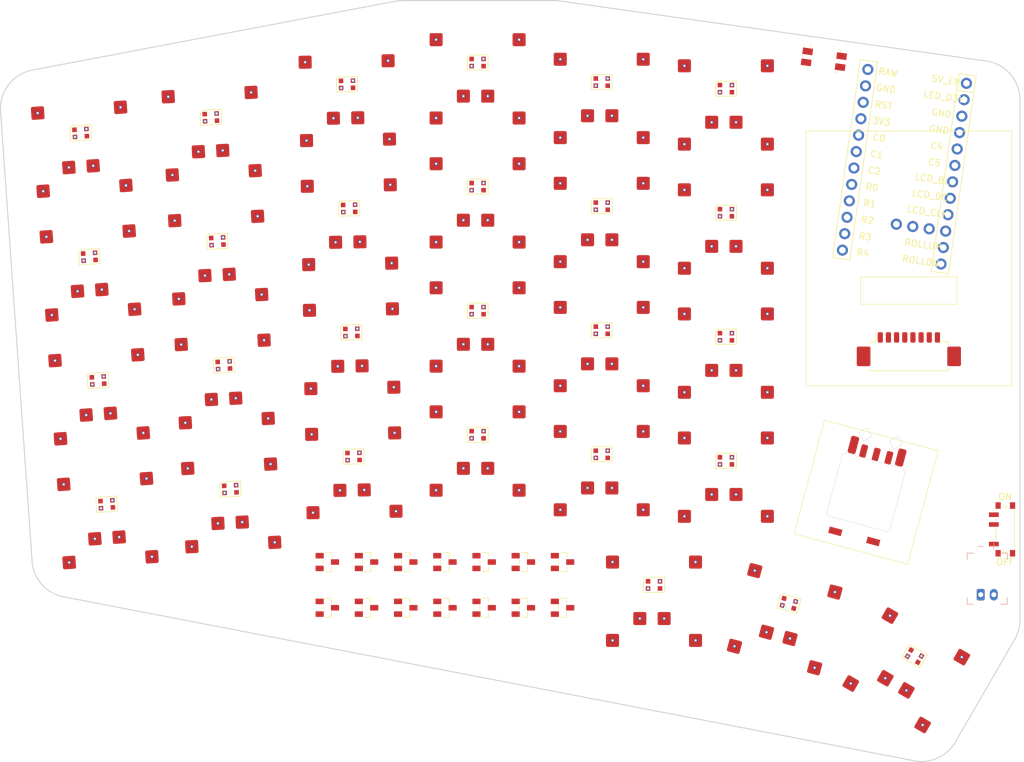
<source format=kicad_pcb>
(kicad_pcb (version 20240108) (generator "ergogen") (generator_version "4.1.0")
  (title_block (title "toomanykeys") (date "2025-06-07") (rev "0.1") (company "huntercook"))
  (layers (0 "F.Cu" signal) (31 "B.Cu" signal) (34 "B.Paste" user) (35 "F.Paste" user) (36 "B.SilkS" user "B.Silkscreen") (37 "F.SilkS" user "F.Silkscreen") (38 "B.Mask" user) (39 "F.Mask" user) (44 "Edge.Cuts" user))
  (net 0 "")
  (net 1 "C0")
  (net 2 "finger_outer_bottom")
  (net 3 "GND")
  (net 4 "finger_outer_home")
  (net 5 "finger_outer_top")
  (net 6 "finger_outer_num")
  (net 7 "C1")
  (net 8 "finger_pinky_bottom")
  (net 9 "finger_pinky_home")
  (net 10 "finger_pinky_top")
  (net 11 "finger_pinky_num")
  (net 12 "C2")
  (net 13 "finger_ring_bottom")
  (net 14 "finger_ring_home")
  (net 15 "finger_ring_top")
  (net 16 "finger_ring_num")
  (net 17 "C3")
  (net 18 "finger_middle_bottom")
  (net 19 "finger_middle_home")
  (net 20 "finger_middle_top")
  (net 21 "finger_middle_num")
  (net 22 "C4")
  (net 23 "finger_index_bottom")
  (net 24 "finger_index_home")
  (net 25 "finger_index_top")
  (net 26 "finger_index_num")
  (net 27 "C5")
  (net 28 "finger_inner_bottom")
  (net 29 "finger_inner_home")
  (net 30 "finger_inner_top")
  (net 31 "finger_inner_num")
  (net 32 "thumb_near_fan")
  (net 33 "thumb_mid_fan")
  (net 34 "thumb_far_fan")
  (net 35 "roller")
  (net 36 "ROLLUP")
  (net 37 "ROLLDN")
  (net 38 "R0")
  (net 39 "R1")
  (net 40 "R2")
  (net 41 "R3")
  (net 42 "R4")
  (net 43 "RAW")
  (net 44 "RST")
  (net 45 "3V3")
  (net 46 "5V_EN")
  (net 47 "LED_D3V")
  (net 48 "LCD_BL")
  (net 49 "LCD_DC")
  (net 50 "LCD_CLK")
  (net 51 "LCD_DIN")
  (net 52 "LCD_RST")
  (net 53 "LCD_CS")
  (net 54 "MCU1_24")
  (net 55 "MCU1_1")
  (net 56 "MCU1_23")
  (net 57 "MCU1_2")
  (net 58 "MCU1_22")
  (net 59 "MCU1_3")
  (net 60 "MCU1_21")
  (net 61 "MCU1_4")
  (net 62 "MCU1_20")
  (net 63 "MCU1_5")
  (net 64 "MCU1_19")
  (net 65 "MCU1_6")
  (net 66 "MCU1_18")
  (net 67 "MCU1_7")
  (net 68 "MCU1_17")
  (net 69 "MCU1_8")
  (net 70 "MCU1_16")
  (net 71 "MCU1_9")
  (net 72 "MCU1_15")
  (net 73 "MCU1_10")
  (net 74 "MCU1_14")
  (net 75 "MCU1_11")
  (net 76 "MCU1_13")
  (net 77 "MCU1_12")
  (net 78 "BAT_P")
  (net 79 "JST1_1")
  (net 80 "JST1_2")
  (net 81 "LED_26")
  (net 82 "5V")
  (net 83 "LED_27")
  (net 84 "LED_25")
  (net 85 "LED_24")
  (net 86 "LED_23")
  (net 87 "LED_19")
  (net 88 "LED_20")
  (net 89 "LED_21")
  (net 90 "LED_22")
  (net 91 "LED_18")
  (net 92 "LED_17")
  (net 93 "LED_16")
  (net 94 "LED_15")
  (net 95 "LED_11")
  (net 96 "LED_12")
  (net 97 "LED_13")
  (net 98 "LED_14")
  (net 99 "LED_10")
  (net 100 "LED_9")
  (net 101 "LED_8")
  (net 102 "LED_7")
  (net 103 "LED_3")
  (net 104 "LED_4")
  (net 105 "LED_5")
  (net 106 "LED_6")
  (net 107 "LED_2")
  (net 108 "LED_1")
  (net 109 "LED_D5V")
  (footprint "ceoloide:mounting_hole_npth" (layer "F.Cu") (at 65.1624438 90.47051569999999 4)
    (property "Reference" "MH1" hide)
  )
  (footprint "ceoloide:mounting_hole_npth" (layer "F.Cu") (at 67.6331095 172.2859079 3)
    (property "Reference" "MH2" hide)
  )
  (footprint "ceoloide:mounting_hole_npth" (layer "F.Cu") (at 103.5933268 83.3570229 0)
    (property "Reference" "MH3" hide)
  )
  (footprint "ceoloide:mounting_hole_npth" (layer "F.Cu") (at 129.5933268 83.3570229 0)
    (property "Reference" "MH4" hide)
  )
  (footprint "ceoloide:mounting_hole_npth" (layer "F.Cu") (at 128.5933269 182.3570228 0)
    (property "Reference" "MH5" hide)
  )
  (footprint "ceoloide:mounting_hole_npth" (layer "F.Cu") (at 176.2000911 193.3320045 -30)
    (property "Reference" "MH6" hide)
  )
  (footprint "ceoloide:mounting_hole_npth" (layer "F.Cu") (at 196.86034510000002 177.5473949 -30)
    (property "Reference" "MH7" hide)
  )
  (footprint "PG1316S" (at 60 160 4) (layer "F.Cu")
    (property "Reference" "S1" hide)
  )
  (footprint "PG1316S" (at 58.674627 141.046283 4) (layer "F.Cu")
    (property "Reference" "S2" hide)
  )
  (footprint "PG1316S" (at 57.349254 122.09256599999999 4) (layer "F.Cu")
    (property "Reference" "S3" hide)
  )
  (footprint "PG1316S" (at 56.023881 103.138849 4) (layer "F.Cu")
    (property "Reference" "S4" hide)
  )
  (footprint "PG1316S" (at 78.8839605 157.6770629 3) (layer "F.Cu")
    (property "Reference" "S5" hide)
  )
  (footprint "PG1316S" (at 77.8895773 138.70310170000002 3) (layer "F.Cu")
    (property "Reference" "S6" hide)
  )
  (footprint "PG1316S" (at 76.8951941 119.72914050000001 3) (layer "F.Cu")
    (property "Reference" "S7" hide)
  )
  (footprint "PG1316S" (at 75.9008109 100.75517930000001 3) (layer "F.Cu")
    (property "Reference" "S8" hide)
  )
  (footprint "PG1316S" (at 97.6485778 152.6881616 1) (layer "F.Cu")
    (property "Reference" "S9" hide)
  )
  (footprint "PG1316S" (at 97.3169821 133.6910554 1) (layer "F.Cu")
    (property "Reference" "S10" hide)
  )
  (footprint "PG1316S" (at 96.98538640000001 114.6939492 1) (layer "F.Cu")
    (property "Reference" "S11" hide)
  )
  (footprint "PG1316S" (at 96.65379070000002 95.696843 1) (layer "F.Cu")
    (property "Reference" "S12" hide)
  )
  (footprint "PG1316S" (at 116.5933268 149.3570229 0) (layer "F.Cu")
    (property "Reference" "S13" hide)
  )
  (footprint "PG1316S" (at 116.5933268 130.3570229 0) (layer "F.Cu")
    (property "Reference" "S14" hide)
  )
  (footprint "PG1316S" (at 116.5933268 111.3570229 0) (layer "F.Cu")
    (property "Reference" "S15" hide)
  )
  (footprint "PG1316S" (at 116.5933268 92.3570229 0) (layer "F.Cu")
    (property "Reference" "S16" hide)
  )
  (footprint "PG1316S" (at 135.5933269 152.3570228 0) (layer "F.Cu")
    (property "Reference" "S17" hide)
  )
  (footprint "PG1316S" (at 135.5933269 133.3570228 0) (layer "F.Cu")
    (property "Reference" "S18" hide)
  )
  (footprint "PG1316S" (at 135.5933269 114.35702280000001 0) (layer "F.Cu")
    (property "Reference" "S19" hide)
  )
  (footprint "PG1316S" (at 135.5933269 95.35702280000001 0) (layer "F.Cu")
    (property "Reference" "S20" hide)
  )
  (footprint "PG1316S" (at 154.5933269 153.3570229 0) (layer "F.Cu")
    (property "Reference" "S21" hide)
  )
  (footprint "PG1316S" (at 154.5933269 134.3570229 0) (layer "F.Cu")
    (property "Reference" "S22" hide)
  )
  (footprint "PG1316S" (at 154.5933269 115.3570229 0) (layer "F.Cu")
    (property "Reference" "S23" hide)
  )
  (footprint "PG1316S" (at 154.5933269 96.3570229 0) (layer "F.Cu")
    (property "Reference" "S24" hide)
  )
  (footprint "PG1316S" (at 143.5933269 172.3570228 0) (layer "F.Cu")
    (property "Reference" "S25" hide)
  )
  (footprint "PG1316S" (at 163.5933269 175.1070228 -15) (layer "F.Cu")
    (property "Reference" "S26" hide)
  )
  (footprint "PG1316S" (at 182.2000911 182.9396997 -30) (layer "F.Cu")
    (property "Reference" "S27" hide)
  )
  (footprint "CKW12" (at 176.0488267 155.6683879 75) (layer "F.Cu")
    (property "Reference" "RE1" hide)
    (fp_line (start -5 4.5) (end -5 -4.5) (stroke (width 0.05)) (layer "Edge.Cuts"))
    (fp_line (start -4.5 -5) (end 4.5 -5) (stroke (width 0.05)) (layer "Edge.Cuts"))
    (fp_line (start -4.5 5) (end 4.5 5) (stroke (width 0.05)) (layer "Edge.Cuts"))
    (fp_line (start 4.5 5) (end 5 4.5) (stroke (width 0.05)) (layer "Edge.Cuts"))
    (fp_line (start 5 -4.5) (end 5 4.5) (stroke (width 0.05)) (layer "Edge.Cuts"))
    (fp_line (start 7.545076 -2.333604) (end 8.393604 -1.485076) (stroke (width 0.05)) (layer "Edge.Cuts"))
    (fp_line (start 7.54934 2.541472) (end 8.397868 3.39) (stroke (width 0.05)) (layer "Edge.Cuts"))
    (fp_line (start 8.393604 -3.394264) (end 7.545076 -2.545736) (stroke (width 0.05)) (layer "Edge.Cuts"))
    (fp_line (start 8.397868 1.480812) (end 7.54934 2.32934) (stroke (width 0.05)) (layer "Edge.Cuts"))
    (fp_line (start 8.605736 -3.394264) (end 9.454264 -2.545736) (stroke (width 0.05)) (layer "Edge.Cuts"))
    (fp_line (start 8.605736 -1.485076) (end 9.454264 -2.333604) (stroke (width 0.05)) (layer "Edge.Cuts"))
    (fp_line (start 8.61 1.480812) (end 9.458528 2.32934) (stroke (width 0.05)) (layer "Edge.Cuts"))
    (fp_line (start 8.61 3.39) (end 9.458528 2.541472) (stroke (width 0.05)) (layer "Edge.Cuts"))
    (fp_arc (start -5 -4.5) (mid -4.853553 -4.853553) (end -4.5 -5) (stroke (width 0.05)) (layer "Edge.Cuts"))
    (fp_arc (start -4.5 5) (mid -4.853553 4.853553) (end -5 4.5) (stroke (width 0.05)) (layer "Edge.Cuts"))
    (fp_arc (start 4.5 -5) (mid 4.853553 -4.853553) (end 5 -4.5) (stroke (width 0.05)) (layer "Edge.Cuts"))
    (fp_arc (start 7.545076 -2.333604) (mid 7.501142 -2.43967) (end 7.545076 -2.545736) (stroke (width 0.05)) (layer "Edge.Cuts"))
    (fp_arc (start 7.54934 2.541472) (mid 7.505406 2.435406) (end 7.54934 2.32934) (stroke (width 0.05)) (layer "Edge.Cuts"))
    (fp_arc (start 8.393604 -3.394264) (mid 8.49967 -3.438198) (end 8.605736 -3.394264) (stroke (width 0.05)) (layer "Edge.Cuts"))
    (fp_arc (start 8.397868 1.480812) (mid 8.503934 1.436878) (end 8.61 1.480812) (stroke (width 0.05)) (layer "Edge.Cuts"))
    (fp_arc (start 8.605736 -1.485076) (mid 8.49967 -1.441142) (end 8.393604 -1.485076) (stroke (width 0.05)) (layer "Edge.Cuts"))
    (fp_arc (start 8.61 3.39) (mid 8.503934 3.433934) (end 8.397868 3.39) (stroke (width 0.05)) (layer "Edge.Cuts"))
    (fp_arc (start 9.454264 -2.545736) (mid 9.498198 -2.43967) (end 9.454264 -2.333604) (stroke (width 0.05)) (layer "Edge.Cuts"))
    (fp_arc (start 9.458528 2.32934) (mid 9.502462 2.435406) (end 9.458528 2.541472) (stroke (width 0.05)) (layer "Edge.Cuts"))
  )
  (footprint "BAV70 SOT23" (layer "F.Cu") (at 93.5933268 173.3570229 -90)
    (property "Reference" "D1" hide)
    (fp_text value "BAV70")
  )
  (footprint "BAV70 SOT23" (layer "F.Cu") (at 99.5933268 173.3570229 -90)
    (property "Reference" "D2" hide)
    (fp_text value "BAV70")
  )
  (footprint "BAV70 SOT23" (layer "F.Cu") (at 105.5933268 173.3570229 -90)
    (property "Reference" "D3" hide)
    (fp_text value "BAV70")
  )
  (footprint "BAV70 SOT23" (layer "F.Cu") (at 111.5933268 173.3570229 -90)
    (property "Reference" "D4" hide)
    (fp_text value "BAV70")
  )
  (footprint "BAV70 SOT23" (layer "F.Cu") (at 117.5933268 173.3570229 -90)
    (property "Reference" "D5" hide)
    (fp_text value "BAV70")
  )
  (footprint "BAV70 SOT23" (layer "F.Cu") (at 123.5933268 173.3570229 -90)
    (property "Reference" "D6" hide)
    (fp_text value "BAV70")
  )
  (footprint "BAV70 SOT23" (layer "F.Cu") (at 93.5933268 166.3570229 -90)
    (property "Reference" "D7" hide)
    (fp_text value "BAV70")
  )
  (footprint "BAV70 SOT23" (layer "F.Cu") (at 99.5933268 166.3570229 -90)
    (property "Reference" "D8" hide)
    (fp_text value "BAV70")
  )
  (footprint "BAV70 SOT23" (layer "F.Cu") (at 105.5933268 166.3570229 -90)
    (property "Reference" "D9" hide)
    (fp_text value "BAV70")
  )
  (footprint "BAV70 SOT23" (layer "F.Cu") (at 111.5933268 166.3570229 -90)
    (property "Reference" "D10" hide)
    (fp_text value "BAV70")
  )
  (footprint "BAV70 SOT23" (layer "F.Cu") (at 117.5933268 166.3570229 -90)
    (property "Reference" "D11" hide)
    (fp_text value "BAV70")
  )
  (footprint "BAV70 SOT23" (layer "F.Cu") (at 123.5933268 166.3570229 -90)
    (property "Reference" "D12" hide)
    (fp_text value "BAV70")
  )
  (footprint "BAV70 SOT23" (layer "F.Cu") (at 129.5933268 166.3570229 -90)
    (property "Reference" "D13" hide)
    (fp_text value "BAV70")
  )
  (footprint "BAV70 SOT23" (layer "F.Cu") (at 129.5933268 173.3570229 -90)
    (property "Reference" "D14" hide)
    (fp_text value "BAV70")
  )
  (footprint "ceoloide:mcu_nice_nano" (layer "F.Cu") (at 182.0933269 104.5570229 -8)
    (property "Reference" "MCU1" hide)
  )
  (footprint "LCD_1.69_Waveshare" (at 182.5933269 119.8570229 180) (layer "F.Cu")
    (property "Reference" "LCD1" hide)
  )
  (footprint "ceoloide:power_switch_smd_side" (layer "F.Cu") (at 197.3383269 161.3570229 0)
    (property "Reference" "PWR1" hide)
  )
  (footprint "ceoloide:reset_switch_smd_side" (layer "F.Cu") (at 169.5933269 89.3570229 -8)
    (property "Reference" "RST1" hide)
  )
  (footprint "ceoloide:battery_connector_jst_ph_2" (layer "B.Cu") (at 194.5933269 171.3570229 180)
    (property "Reference" "JST1" hide)
  )
  (footprint "LED_WS2812B-2020_PLCC4_2.0x2.0mm" (at 59.8256088 157.5060899 4) (layer "F.Cu")
    (property "Reference" "LED1" hide)
  )
  (footprint "LED_WS2812B-2020_PLCC4_2.0x2.0mm" (at 58.5002358 138.5523729 4) (layer "F.Cu")
    (property "Reference" "LED2" hide)
  )
  (footprint "LED_WS2812B-2020_PLCC4_2.0x2.0mm" (at 57.1748628 119.5986559 4) (layer "F.Cu")
    (property "Reference" "LED3" hide)
  )
  (footprint "LED_WS2812B-2020_PLCC4_2.0x2.0mm" (at 55.8494898 100.6449389 4) (layer "F.Cu")
    (property "Reference" "LED4" hide)
  )
  (footprint "LED_WS2812B-2020_PLCC4_2.0x2.0mm" (at 78.7531206 155.18048910000002 3) (layer "F.Cu")
    (property "Reference" "LED5" hide)
  )
  (footprint "LED_WS2812B-2020_PLCC4_2.0x2.0mm" (at 77.7587374 136.20652790000003 3) (layer "F.Cu")
    (property "Reference" "LED6" hide)
  )
  (footprint "LED_WS2812B-2020_PLCC4_2.0x2.0mm" (at 76.7643542 117.2325667 3) (layer "F.Cu")
    (property "Reference" "LED7" hide)
  )
  (footprint "LED_WS2812B-2020_PLCC4_2.0x2.0mm" (at 75.769971 98.25860550000002 3) (layer "F.Cu")
    (property "Reference" "LED8" hide)
  )
  (footprint "LED_WS2812B-2020_PLCC4_2.0x2.0mm" (at 97.6049468 150.1885424 1) (layer "F.Cu")
    (property "Reference" "LED9" hide)
  )
  (footprint "LED_WS2812B-2020_PLCC4_2.0x2.0mm" (at 97.2733511 131.1914362 1) (layer "F.Cu")
    (property "Reference" "LED10" hide)
  )
  (footprint "LED_WS2812B-2020_PLCC4_2.0x2.0mm" (at 96.9417554 112.19433000000001 1) (layer "F.Cu")
    (property "Reference" "LED11" hide)
  )
  (footprint "LED_WS2812B-2020_PLCC4_2.0x2.0mm" (at 96.61015970000001 93.1972238 1) (layer "F.Cu")
    (property "Reference" "LED12" hide)
  )
  (footprint "LED_WS2812B-2020_PLCC4_2.0x2.0mm" (at 116.5933268 146.8570229 0) (layer "F.Cu")
    (property "Reference" "LED13" hide)
  )
  (footprint "LED_WS2812B-2020_PLCC4_2.0x2.0mm" (at 116.5933268 127.8570229 0) (layer "F.Cu")
    (property "Reference" "LED14" hide)
  )
  (footprint "LED_WS2812B-2020_PLCC4_2.0x2.0mm" (at 116.5933268 108.8570229 0) (layer "F.Cu")
    (property "Reference" "LED15" hide)
  )
  (footprint "LED_WS2812B-2020_PLCC4_2.0x2.0mm" (at 116.5933268 89.8570229 0) (layer "F.Cu")
    (property "Reference" "LED16" hide)
  )
  (footprint "LED_WS2812B-2020_PLCC4_2.0x2.0mm" (at 135.5933269 149.8570228 0) (layer "F.Cu")
    (property "Reference" "LED17" hide)
  )
  (footprint "LED_WS2812B-2020_PLCC4_2.0x2.0mm" (at 135.5933269 130.8570228 0) (layer "F.Cu")
    (property "Reference" "LED18" hide)
  )
  (footprint "LED_WS2812B-2020_PLCC4_2.0x2.0mm" (at 135.5933269 111.85702280000001 0) (layer "F.Cu")
    (property "Reference" "LED19" hide)
  )
  (footprint "LED_WS2812B-2020_PLCC4_2.0x2.0mm" (at 135.5933269 92.85702280000001 0) (layer "F.Cu")
    (property "Reference" "LED20" hide)
  )
  (footprint "LED_WS2812B-2020_PLCC4_2.0x2.0mm" (at 154.5933269 150.8570229 0) (layer "F.Cu")
    (property "Reference" "LED21" hide)
  )
  (footprint "LED_WS2812B-2020_PLCC4_2.0x2.0mm" (at 154.5933269 131.8570229 0) (layer "F.Cu")
    (property "Reference" "LED22" hide)
  )
  (footprint "LED_WS2812B-2020_PLCC4_2.0x2.0mm" (at 154.5933269 112.8570229 0) (layer "F.Cu")
    (property "Reference" "LED23" hide)
  )
  (footprint "LED_WS2812B-2020_PLCC4_2.0x2.0mm" (at 154.5933269 93.8570229 0) (layer "F.Cu")
    (property "Reference" "LED24" hide)
  )
  (footprint "LED_WS2812B-2020_PLCC4_2.0x2.0mm" (at 143.5933269 169.8570228 0) (layer "F.Cu")
    (property "Reference" "LED25" hide)
  )
  (footprint "LED_WS2812B-2020_PLCC4_2.0x2.0mm" (at 164.2403745 172.6922082 -15) (layer "F.Cu")
    (property "Reference" "LED26" hide)
  )
  (footprint "LED_WS2812B-2020_PLCC4_2.0x2.0mm" (at 183.4500911 180.7746362 -30) (layer "F.Cu")
    (property "Reference" "LED27" hide)
  )
  (footprint "Molex_PicoBlade_53261-0871_1x08-1MP_P1.25mm_Horizontal" (at 182.5933269 134.3570229 0) (layer "F.Cu")
    (property "Reference" "CONN1" hide)
  )
  (gr_line (start 198.78989847496373 178.19905087220747) (end 189.72884738230746 193.89831689955707) (layer Edge.Cuts) (stroke (width 0.15)))
  (gr_line (start 183.39582425596262 196.7904331773986) (end 53.25409818713453 171.68603677106714) (layer Edge.Cuts) (stroke (width 0.15)))
  (gr_line (start 48.4051654509732 166.2131856012594) (end 43.58798530951861 97.32429966433426) (layer Edge.Cuts) (stroke (width 0.15)))
  (gr_line (start 48.45466179706109 91.01097548618358) (end 104.03892050217102 80.46223770000002) (layer Edge.Cuts) (stroke (width 0.15)))
  (gr_line (start 105.15762830217103 80.3570229) (end 128.17286680058638 80.3570229) (layer Edge.Cuts) (stroke (width 0.15)))
  (gr_line (start 129.00967780253146 80.41566388618944) (end 194.4301379019451 89.62981318298834) (layer Edge.Cuts) (stroke (width 0.15)))
  (gr_line (start 199.5933269 95.5711721967989) (end 199.5933269 175.19977700209034) (layer Edge.Cuts) (stroke (width 0.15)))
  (gr_arc (start 183.39582420734376 196.79043312943995) (mid 187.02470980734375 196.35686052943996) (end 189.72884730734376 193.89831692943994) (layer Edge.Cuts) (stroke (width 0.15)))
  (gr_arc (start 48.405165438515674 166.21318562310844) (mid 49.89965213851568 169.77357092310842) (end 53.254098238515674 171.68603682310842) (layer Edge.Cuts) (stroke (width 0.15)))
  (gr_arc (start 48.454661797061085 91.0109754861835) (mid 44.82136509706109 93.2426399861835) (end 43.58798529706109 97.3242996861835) (layer Edge.Cuts) (stroke (width 0.15)))
  (gr_arc (start 105.15762830217103 80.3570229) (mid 104.59580600217103 80.3833845) (end 104.03892050217104 80.4622377) (layer Edge.Cuts) (stroke (width 0.15)))
  (gr_arc (start 129.0096778005864 80.4156639) (mid 128.59229840058637 80.37170110000001) (end 128.17286680058638 80.3570229) (layer Edge.Cuts) (stroke (width 0.15)))
  (gr_arc (start 199.5933269 95.5711721967989) (mid 198.1221715 91.6354934967989) (end 194.4301379 89.62981319679889) (layer Edge.Cuts) (stroke (width 0.15)))
  (gr_arc (start 198.7898985 178.19905090209033) (mid 199.38899039999998 176.75228640209033) (end 199.5933269 175.19977700209034) (layer Edge.Cuts) (stroke (width 0.15)))
)
</source>
